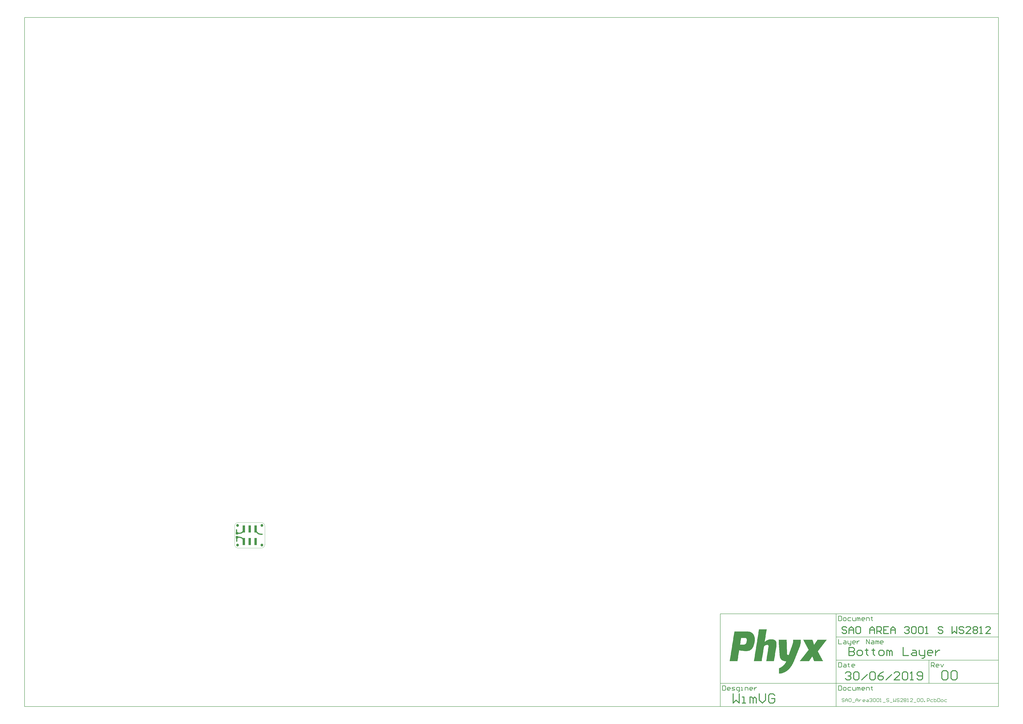
<source format=gbl>
G04*
G04 #@! TF.GenerationSoftware,Altium Limited,Altium Designer,18.1.11 (251)*
G04*
G04 Layer_Physical_Order=2*
G04 Layer_Color=3381759*
%FSLAX25Y25*%
%MOIN*%
G70*
G01*
G75*
%ADD12C,0.01575*%
%ADD15C,0.00394*%
%ADD16C,0.00787*%
%ADD17C,0.00984*%
%ADD23C,0.04724*%
%ADD24C,0.02362*%
%ADD25C,0.01968*%
%ADD26R,0.03937X0.04331*%
%ADD27R,0.03937X0.12205*%
G36*
X872201Y-141778D02*
X873919D01*
Y-142065D01*
X874778D01*
Y-142351D01*
X875637D01*
Y-142637D01*
X876496D01*
Y-142924D01*
X877069D01*
Y-143210D01*
X877355D01*
Y-143496D01*
X877928D01*
Y-143783D01*
X878214D01*
Y-144069D01*
X878786D01*
Y-144355D01*
X879073D01*
Y-144641D01*
X879359D01*
Y-144928D01*
X879646D01*
Y-145214D01*
X879932D01*
Y-145501D01*
X880218D01*
Y-145787D01*
X880504D01*
Y-146073D01*
Y-146359D01*
X880791D01*
Y-146646D01*
X881077D01*
Y-146932D01*
Y-147218D01*
X881363D01*
Y-147505D01*
X881650D01*
Y-147791D01*
Y-148077D01*
X881936D01*
Y-148364D01*
Y-148650D01*
Y-148936D01*
X882222D01*
Y-149223D01*
Y-149509D01*
Y-149795D01*
X882509D01*
Y-150082D01*
Y-150368D01*
Y-150654D01*
Y-150940D01*
X882795D01*
Y-151227D01*
Y-151513D01*
Y-151799D01*
Y-152086D01*
Y-152372D01*
X883081D01*
Y-152658D01*
Y-152945D01*
Y-153231D01*
Y-153517D01*
Y-153804D01*
Y-154090D01*
Y-154376D01*
Y-154663D01*
Y-154949D01*
Y-155235D01*
Y-155521D01*
Y-155808D01*
Y-156094D01*
Y-156380D01*
Y-156667D01*
Y-156953D01*
Y-157239D01*
Y-157526D01*
Y-157812D01*
Y-158098D01*
X882795D01*
Y-158385D01*
Y-158671D01*
Y-158957D01*
Y-159244D01*
Y-159530D01*
Y-159816D01*
Y-160102D01*
X882509D01*
Y-160389D01*
Y-160675D01*
Y-160961D01*
Y-161248D01*
Y-161534D01*
X882222D01*
Y-161820D01*
Y-162107D01*
Y-162393D01*
Y-162679D01*
Y-162966D01*
X881936D01*
Y-163252D01*
Y-163538D01*
Y-163824D01*
X881650D01*
Y-164111D01*
Y-164397D01*
Y-164683D01*
Y-164970D01*
X881363D01*
Y-165256D01*
Y-165542D01*
Y-165829D01*
X881077D01*
Y-166115D01*
Y-166401D01*
X880791D01*
Y-166688D01*
Y-166974D01*
Y-167260D01*
X880504D01*
Y-167547D01*
Y-167833D01*
X880218D01*
Y-168119D01*
Y-168405D01*
X879932D01*
Y-168692D01*
Y-168978D01*
X879646D01*
Y-169264D01*
X879359D01*
Y-169551D01*
Y-169837D01*
X879073D01*
Y-170123D01*
X878786D01*
Y-170410D01*
X878500D01*
Y-170696D01*
Y-170982D01*
X878214D01*
Y-171269D01*
X877928D01*
Y-171555D01*
X877641D01*
Y-171841D01*
X877355D01*
Y-172127D01*
X877069D01*
Y-172414D01*
X876496D01*
Y-172700D01*
X876210D01*
Y-172986D01*
X875637D01*
Y-173273D01*
X875351D01*
Y-173559D01*
X874778D01*
Y-173845D01*
X873919D01*
Y-174132D01*
X873060D01*
Y-174418D01*
X872201D01*
Y-174704D01*
X870483D01*
Y-174991D01*
X865330D01*
Y-174704D01*
X862753D01*
Y-174418D01*
X860749D01*
Y-174132D01*
X859317D01*
Y-173845D01*
X857886D01*
Y-173559D01*
X856454D01*
Y-173845D01*
Y-174132D01*
Y-174418D01*
Y-174704D01*
Y-174991D01*
Y-175277D01*
Y-175563D01*
X856168D01*
Y-175850D01*
Y-176136D01*
Y-176422D01*
Y-176709D01*
Y-176995D01*
Y-177281D01*
X855882D01*
Y-177568D01*
Y-177854D01*
Y-178140D01*
Y-178426D01*
Y-178713D01*
Y-178999D01*
X855595D01*
Y-179285D01*
Y-179572D01*
Y-179858D01*
Y-180144D01*
Y-180431D01*
Y-180717D01*
Y-181003D01*
X855309D01*
Y-181290D01*
Y-181576D01*
Y-181862D01*
Y-182149D01*
Y-182435D01*
Y-182721D01*
X855023D01*
Y-183007D01*
Y-183294D01*
Y-183580D01*
Y-183866D01*
Y-184153D01*
Y-184439D01*
X854736D01*
Y-184725D01*
Y-185012D01*
Y-185298D01*
Y-185584D01*
Y-185871D01*
Y-186157D01*
Y-186443D01*
X854450D01*
Y-186730D01*
Y-187016D01*
Y-187302D01*
Y-187588D01*
Y-187875D01*
Y-188161D01*
X854164D01*
Y-188447D01*
Y-188734D01*
Y-189020D01*
Y-189306D01*
Y-189593D01*
Y-189879D01*
X853877D01*
Y-190165D01*
Y-190452D01*
Y-190738D01*
Y-191024D01*
Y-191311D01*
Y-191597D01*
Y-191883D01*
X840421D01*
Y-191597D01*
X840707D01*
Y-191311D01*
Y-191024D01*
Y-190738D01*
Y-190452D01*
Y-190165D01*
X840993D01*
Y-189879D01*
Y-189593D01*
Y-189306D01*
Y-189020D01*
Y-188734D01*
Y-188447D01*
Y-188161D01*
X841280D01*
Y-187875D01*
Y-187588D01*
Y-187302D01*
Y-187016D01*
Y-186730D01*
Y-186443D01*
X841566D01*
Y-186157D01*
Y-185871D01*
Y-185584D01*
Y-185298D01*
Y-185012D01*
Y-184725D01*
X841852D01*
Y-184439D01*
Y-184153D01*
Y-183866D01*
Y-183580D01*
Y-183294D01*
Y-183007D01*
Y-182721D01*
X842138D01*
Y-182435D01*
Y-182149D01*
Y-181862D01*
Y-181576D01*
Y-181290D01*
Y-181003D01*
X842425D01*
Y-180717D01*
Y-180431D01*
Y-180144D01*
Y-179858D01*
Y-179572D01*
Y-179285D01*
X842711D01*
Y-178999D01*
Y-178713D01*
Y-178426D01*
Y-178140D01*
Y-177854D01*
Y-177568D01*
X842997D01*
Y-177281D01*
Y-176995D01*
Y-176709D01*
Y-176422D01*
Y-176136D01*
Y-175850D01*
Y-175563D01*
X843284D01*
Y-175277D01*
Y-174991D01*
Y-174704D01*
Y-174418D01*
Y-174132D01*
Y-173845D01*
X843570D01*
Y-173559D01*
Y-173273D01*
Y-172986D01*
Y-172700D01*
Y-172414D01*
Y-172127D01*
X843856D01*
Y-171841D01*
Y-171555D01*
Y-171269D01*
Y-170982D01*
Y-170696D01*
Y-170410D01*
X844143D01*
Y-170123D01*
Y-169837D01*
Y-169551D01*
Y-169264D01*
Y-168978D01*
Y-168692D01*
Y-168405D01*
X844429D01*
Y-168119D01*
Y-167833D01*
Y-167547D01*
Y-167260D01*
Y-166974D01*
Y-166688D01*
X844715D01*
Y-166401D01*
Y-166115D01*
Y-165829D01*
Y-165542D01*
Y-165256D01*
Y-164970D01*
X845002D01*
Y-164683D01*
Y-164397D01*
Y-164111D01*
Y-163824D01*
Y-163538D01*
Y-163252D01*
Y-162966D01*
X845288D01*
Y-162679D01*
Y-162393D01*
Y-162107D01*
Y-161820D01*
Y-161534D01*
Y-161248D01*
X845574D01*
Y-160961D01*
Y-160675D01*
Y-160389D01*
Y-160102D01*
Y-159816D01*
Y-159530D01*
X845861D01*
Y-159244D01*
Y-158957D01*
Y-158671D01*
Y-158385D01*
Y-158098D01*
Y-157812D01*
X846147D01*
Y-157526D01*
Y-157239D01*
Y-156953D01*
Y-156667D01*
Y-156380D01*
Y-156094D01*
Y-155808D01*
X846433D01*
Y-155521D01*
Y-155235D01*
Y-154949D01*
Y-154663D01*
Y-154376D01*
Y-154090D01*
X846719D01*
Y-153804D01*
Y-153517D01*
Y-153231D01*
Y-152945D01*
Y-152658D01*
Y-152372D01*
X847006D01*
Y-152086D01*
Y-151799D01*
Y-151513D01*
Y-151227D01*
Y-150940D01*
Y-150654D01*
Y-150368D01*
X847292D01*
Y-150082D01*
Y-149795D01*
Y-149509D01*
Y-149223D01*
Y-148936D01*
Y-148650D01*
X847578D01*
Y-148364D01*
Y-148077D01*
Y-147791D01*
Y-147505D01*
Y-147218D01*
Y-146932D01*
X847865D01*
Y-146646D01*
Y-146359D01*
Y-146073D01*
Y-145787D01*
Y-145501D01*
Y-145214D01*
Y-144928D01*
X848151D01*
Y-144641D01*
Y-144355D01*
Y-144069D01*
Y-143783D01*
Y-143496D01*
Y-143210D01*
X848437D01*
Y-142924D01*
Y-142637D01*
Y-142351D01*
Y-142065D01*
Y-141778D01*
Y-141492D01*
X872201D01*
Y-141778D01*
D02*
G37*
G36*
X903409Y-138343D02*
Y-138629D01*
X903123D01*
Y-138915D01*
Y-139202D01*
Y-139488D01*
Y-139774D01*
Y-140060D01*
Y-140347D01*
X902837D01*
Y-140633D01*
Y-140919D01*
Y-141206D01*
Y-141492D01*
Y-141778D01*
Y-142065D01*
X902551D01*
Y-142351D01*
Y-142637D01*
Y-142924D01*
Y-143210D01*
Y-143496D01*
Y-143783D01*
Y-144069D01*
X902264D01*
Y-144355D01*
Y-144641D01*
Y-144928D01*
Y-145214D01*
Y-145501D01*
Y-145787D01*
X901978D01*
Y-146073D01*
Y-146359D01*
Y-146646D01*
Y-146932D01*
Y-147218D01*
Y-147505D01*
X901692D01*
Y-147791D01*
Y-148077D01*
Y-148364D01*
Y-148650D01*
Y-148936D01*
Y-149223D01*
Y-149509D01*
X901405D01*
Y-149795D01*
Y-150082D01*
Y-150368D01*
Y-150654D01*
Y-150940D01*
Y-151227D01*
X901119D01*
Y-151513D01*
Y-151799D01*
Y-152086D01*
Y-152372D01*
Y-152658D01*
Y-152945D01*
X900833D01*
Y-153231D01*
Y-153517D01*
Y-153804D01*
Y-154090D01*
Y-154376D01*
Y-154663D01*
X900546D01*
Y-154949D01*
Y-155235D01*
Y-155521D01*
Y-155808D01*
Y-156094D01*
Y-156380D01*
Y-156667D01*
X900260D01*
Y-156953D01*
Y-157239D01*
Y-157526D01*
Y-157812D01*
Y-158098D01*
Y-158385D01*
X899974D01*
Y-158671D01*
Y-158957D01*
X900546D01*
Y-158671D01*
X900833D01*
Y-158385D01*
X901119D01*
Y-158098D01*
X901692D01*
Y-157812D01*
X901978D01*
Y-157526D01*
X902264D01*
Y-157239D01*
X902837D01*
Y-156953D01*
X903409D01*
Y-156667D01*
X903696D01*
Y-156380D01*
X904268D01*
Y-156094D01*
X905127D01*
Y-155808D01*
X905700D01*
Y-155521D01*
X906559D01*
Y-155235D01*
X907990D01*
Y-154949D01*
X914289D01*
Y-155235D01*
X915435D01*
Y-155521D01*
X916294D01*
Y-155808D01*
X916866D01*
Y-156094D01*
X917153D01*
Y-156380D01*
X917725D01*
Y-156667D01*
X918011D01*
Y-156953D01*
X918298D01*
Y-157239D01*
X918584D01*
Y-157526D01*
X918870D01*
Y-157812D01*
Y-158098D01*
X919157D01*
Y-158385D01*
Y-158671D01*
X919443D01*
Y-158957D01*
Y-159244D01*
Y-159530D01*
X919729D01*
Y-159816D01*
Y-160102D01*
Y-160389D01*
Y-160675D01*
X920016D01*
Y-160961D01*
Y-161248D01*
Y-161534D01*
Y-161820D01*
Y-162107D01*
Y-162393D01*
Y-162679D01*
Y-162966D01*
Y-163252D01*
Y-163538D01*
Y-163824D01*
Y-164111D01*
Y-164397D01*
Y-164683D01*
Y-164970D01*
Y-165256D01*
Y-165542D01*
Y-165829D01*
X919729D01*
Y-166115D01*
Y-166401D01*
Y-166688D01*
Y-166974D01*
Y-167260D01*
Y-167547D01*
Y-167833D01*
X919443D01*
Y-168119D01*
Y-168405D01*
Y-168692D01*
Y-168978D01*
Y-169264D01*
Y-169551D01*
Y-169837D01*
X919157D01*
Y-170123D01*
Y-170410D01*
Y-170696D01*
Y-170982D01*
Y-171269D01*
Y-171555D01*
X918870D01*
Y-171841D01*
Y-172127D01*
Y-172414D01*
Y-172700D01*
Y-172986D01*
Y-173273D01*
X918584D01*
Y-173559D01*
Y-173845D01*
Y-174132D01*
Y-174418D01*
Y-174704D01*
Y-174991D01*
X918298D01*
Y-175277D01*
Y-175563D01*
Y-175850D01*
Y-176136D01*
Y-176422D01*
Y-176709D01*
Y-176995D01*
X918011D01*
Y-177281D01*
Y-177568D01*
Y-177854D01*
Y-178140D01*
Y-178426D01*
Y-178713D01*
X917725D01*
Y-178999D01*
Y-179285D01*
Y-179572D01*
Y-179858D01*
Y-180144D01*
Y-180431D01*
X917439D01*
Y-180717D01*
Y-181003D01*
Y-181290D01*
Y-181576D01*
Y-181862D01*
Y-182149D01*
Y-182435D01*
X917153D01*
Y-182721D01*
Y-183007D01*
Y-183294D01*
Y-183580D01*
Y-183866D01*
Y-184153D01*
X916866D01*
Y-184439D01*
Y-184725D01*
Y-185012D01*
Y-185298D01*
Y-185584D01*
Y-185871D01*
X916580D01*
Y-186157D01*
Y-186443D01*
Y-186730D01*
Y-187016D01*
Y-187302D01*
Y-187588D01*
X916294D01*
Y-187875D01*
Y-188161D01*
Y-188447D01*
Y-188734D01*
Y-189020D01*
Y-189306D01*
Y-189593D01*
X916007D01*
Y-189879D01*
Y-190165D01*
Y-190452D01*
Y-190738D01*
Y-191024D01*
Y-191311D01*
X915721D01*
Y-191597D01*
Y-191883D01*
X902551D01*
Y-191597D01*
Y-191311D01*
X902837D01*
Y-191024D01*
Y-190738D01*
Y-190452D01*
Y-190165D01*
Y-189879D01*
Y-189593D01*
X903123D01*
Y-189306D01*
Y-189020D01*
Y-188734D01*
Y-188447D01*
Y-188161D01*
Y-187875D01*
Y-187588D01*
X903409D01*
Y-187302D01*
Y-187016D01*
Y-186730D01*
Y-186443D01*
Y-186157D01*
Y-185871D01*
X903696D01*
Y-185584D01*
Y-185298D01*
Y-185012D01*
Y-184725D01*
Y-184439D01*
Y-184153D01*
X903982D01*
Y-183866D01*
Y-183580D01*
Y-183294D01*
Y-183007D01*
Y-182721D01*
Y-182435D01*
Y-182149D01*
X904268D01*
Y-181862D01*
Y-181576D01*
Y-181290D01*
Y-181003D01*
Y-180717D01*
Y-180431D01*
X904555D01*
Y-180144D01*
Y-179858D01*
Y-179572D01*
Y-179285D01*
Y-178999D01*
Y-178713D01*
Y-178426D01*
X904841D01*
Y-178140D01*
Y-177854D01*
Y-177568D01*
Y-177281D01*
Y-176995D01*
Y-176709D01*
X905127D01*
Y-176422D01*
Y-176136D01*
Y-175850D01*
Y-175563D01*
Y-175277D01*
Y-174991D01*
X905414D01*
Y-174704D01*
Y-174418D01*
Y-174132D01*
Y-173845D01*
Y-173559D01*
Y-173273D01*
X905700D01*
Y-172986D01*
Y-172700D01*
Y-172414D01*
Y-172127D01*
Y-171841D01*
Y-171555D01*
Y-171269D01*
X905986D01*
Y-170982D01*
Y-170696D01*
Y-170410D01*
Y-170123D01*
Y-169837D01*
Y-169551D01*
X906273D01*
Y-169264D01*
Y-168978D01*
Y-168692D01*
Y-168405D01*
Y-168119D01*
Y-167833D01*
Y-167547D01*
X906559D01*
Y-167260D01*
Y-166974D01*
Y-166688D01*
Y-166401D01*
Y-166115D01*
Y-165829D01*
X906273D01*
Y-165542D01*
Y-165256D01*
X905986D01*
Y-164970D01*
X905700D01*
Y-164683D01*
X905127D01*
Y-164397D01*
X903409D01*
Y-164683D01*
X901978D01*
Y-164970D01*
X901119D01*
Y-165256D01*
X900546D01*
Y-165542D01*
X900260D01*
Y-165829D01*
X899687D01*
Y-166115D01*
X899401D01*
Y-166401D01*
X899115D01*
Y-166688D01*
Y-166974D01*
X898828D01*
Y-167260D01*
Y-167547D01*
Y-167833D01*
X898542D01*
Y-168119D01*
Y-168405D01*
Y-168692D01*
Y-168978D01*
Y-169264D01*
Y-169551D01*
X898256D01*
Y-169837D01*
Y-170123D01*
Y-170410D01*
Y-170696D01*
Y-170982D01*
Y-171269D01*
Y-171555D01*
X897970D01*
Y-171841D01*
Y-172127D01*
Y-172414D01*
Y-172700D01*
Y-172986D01*
Y-173273D01*
X897683D01*
Y-173559D01*
Y-173845D01*
Y-174132D01*
Y-174418D01*
Y-174704D01*
Y-174991D01*
X897397D01*
Y-175277D01*
Y-175563D01*
Y-175850D01*
Y-176136D01*
Y-176422D01*
Y-176709D01*
X897111D01*
Y-176995D01*
Y-177281D01*
Y-177568D01*
Y-177854D01*
Y-178140D01*
Y-178426D01*
Y-178713D01*
X896824D01*
Y-178999D01*
Y-179285D01*
Y-179572D01*
Y-179858D01*
Y-180144D01*
Y-180431D01*
X896538D01*
Y-180717D01*
Y-181003D01*
Y-181290D01*
Y-181576D01*
Y-181862D01*
Y-182149D01*
X896252D01*
Y-182435D01*
Y-182721D01*
Y-183007D01*
Y-183294D01*
Y-183580D01*
Y-183866D01*
Y-184153D01*
X895965D01*
Y-184439D01*
Y-184725D01*
Y-185012D01*
Y-185298D01*
Y-185584D01*
Y-185871D01*
X895679D01*
Y-186157D01*
Y-186443D01*
Y-186730D01*
Y-187016D01*
Y-187302D01*
Y-187588D01*
X895393D01*
Y-187875D01*
Y-188161D01*
Y-188447D01*
Y-188734D01*
Y-189020D01*
Y-189306D01*
X895106D01*
Y-189593D01*
Y-189879D01*
Y-190165D01*
Y-190452D01*
Y-190738D01*
Y-191024D01*
Y-191311D01*
X894820D01*
Y-191597D01*
Y-191883D01*
X881650D01*
Y-191597D01*
Y-191311D01*
X881936D01*
Y-191024D01*
Y-190738D01*
Y-190452D01*
Y-190165D01*
Y-189879D01*
Y-189593D01*
Y-189306D01*
X882222D01*
Y-189020D01*
Y-188734D01*
Y-188447D01*
Y-188161D01*
Y-187875D01*
Y-187588D01*
X882509D01*
Y-187302D01*
Y-187016D01*
Y-186730D01*
Y-186443D01*
Y-186157D01*
Y-185871D01*
X882795D01*
Y-185584D01*
Y-185298D01*
Y-185012D01*
Y-184725D01*
Y-184439D01*
Y-184153D01*
Y-183866D01*
X883081D01*
Y-183580D01*
Y-183294D01*
Y-183007D01*
Y-182721D01*
Y-182435D01*
Y-182149D01*
X883368D01*
Y-181862D01*
Y-181576D01*
Y-181290D01*
Y-181003D01*
Y-180717D01*
Y-180431D01*
X883654D01*
Y-180144D01*
Y-179858D01*
Y-179572D01*
Y-179285D01*
Y-178999D01*
Y-178713D01*
X883940D01*
Y-178426D01*
Y-178140D01*
Y-177854D01*
Y-177568D01*
Y-177281D01*
Y-176995D01*
Y-176709D01*
X884227D01*
Y-176422D01*
Y-176136D01*
Y-175850D01*
Y-175563D01*
Y-175277D01*
Y-174991D01*
X884513D01*
Y-174704D01*
Y-174418D01*
Y-174132D01*
Y-173845D01*
Y-173559D01*
Y-173273D01*
X884799D01*
Y-172986D01*
Y-172700D01*
Y-172414D01*
Y-172127D01*
Y-171841D01*
Y-171555D01*
Y-171269D01*
X885085D01*
Y-170982D01*
Y-170696D01*
Y-170410D01*
Y-170123D01*
Y-169837D01*
Y-169551D01*
X885372D01*
Y-169264D01*
Y-168978D01*
Y-168692D01*
Y-168405D01*
Y-168119D01*
Y-167833D01*
X885658D01*
Y-167547D01*
Y-167260D01*
Y-166974D01*
Y-166688D01*
Y-166401D01*
Y-166115D01*
X885944D01*
Y-165829D01*
Y-165542D01*
Y-165256D01*
Y-164970D01*
Y-164683D01*
Y-164397D01*
Y-164111D01*
X886231D01*
Y-163824D01*
Y-163538D01*
Y-163252D01*
Y-162966D01*
Y-162679D01*
Y-162393D01*
X886517D01*
Y-162107D01*
Y-161820D01*
Y-161534D01*
Y-161248D01*
Y-160961D01*
Y-160675D01*
X886803D01*
Y-160389D01*
Y-160102D01*
Y-159816D01*
Y-159530D01*
Y-159244D01*
Y-158957D01*
X887090D01*
Y-158671D01*
Y-158385D01*
Y-158098D01*
Y-157812D01*
Y-157526D01*
Y-157239D01*
Y-156953D01*
X887376D01*
Y-156667D01*
Y-156380D01*
Y-156094D01*
Y-155808D01*
Y-155521D01*
Y-155235D01*
X887662D01*
Y-154949D01*
Y-154663D01*
Y-154376D01*
Y-154090D01*
Y-153804D01*
Y-153517D01*
X887949D01*
Y-153231D01*
Y-152945D01*
Y-152658D01*
Y-152372D01*
Y-152086D01*
Y-151799D01*
Y-151513D01*
X888235D01*
Y-151227D01*
Y-150940D01*
Y-150654D01*
Y-150368D01*
Y-150082D01*
Y-149795D01*
X888521D01*
Y-149509D01*
Y-149223D01*
Y-148936D01*
Y-148650D01*
Y-148364D01*
Y-148077D01*
X888807D01*
Y-147791D01*
Y-147505D01*
Y-147218D01*
Y-146932D01*
Y-146646D01*
Y-146359D01*
X889094D01*
Y-146073D01*
Y-145787D01*
Y-145501D01*
Y-145214D01*
Y-144928D01*
Y-144641D01*
Y-144355D01*
X889380D01*
Y-144069D01*
Y-143783D01*
Y-143496D01*
Y-143210D01*
Y-142924D01*
Y-142637D01*
X889666D01*
Y-142351D01*
Y-142065D01*
Y-141778D01*
Y-141492D01*
Y-141206D01*
Y-140919D01*
X889953D01*
Y-140633D01*
Y-140347D01*
Y-140060D01*
Y-139774D01*
Y-139488D01*
Y-139202D01*
Y-138915D01*
X890239D01*
Y-138629D01*
Y-138343D01*
Y-138056D01*
X903409D01*
Y-138343D01*
D02*
G37*
G36*
X1005337Y-155808D02*
X1005050D01*
Y-156094D01*
X1004764D01*
Y-156380D01*
Y-156667D01*
X1004478D01*
Y-156953D01*
X1004192D01*
Y-157239D01*
X1003905D01*
Y-157526D01*
Y-157812D01*
X1003619D01*
Y-158098D01*
X1003333D01*
Y-158385D01*
X1003046D01*
Y-158671D01*
X1002760D01*
Y-158957D01*
Y-159244D01*
X1002474D01*
Y-159530D01*
X1002187D01*
Y-159816D01*
X1001901D01*
Y-160102D01*
Y-160389D01*
X1001615D01*
Y-160675D01*
X1001328D01*
Y-160961D01*
X1001042D01*
Y-161248D01*
X1000756D01*
Y-161534D01*
Y-161820D01*
X1000469D01*
Y-162107D01*
X1000183D01*
Y-162393D01*
X999897D01*
Y-162679D01*
Y-162966D01*
X999611D01*
Y-163252D01*
X999324D01*
Y-163538D01*
X999038D01*
Y-163824D01*
Y-164111D01*
X998752D01*
Y-164397D01*
X998465D01*
Y-164683D01*
X998179D01*
Y-164970D01*
X997893D01*
Y-165256D01*
Y-165542D01*
X997606D01*
Y-165829D01*
X997320D01*
Y-166115D01*
X997034D01*
Y-166401D01*
Y-166688D01*
X996747D01*
Y-166974D01*
X996461D01*
Y-167260D01*
X996175D01*
Y-167547D01*
Y-167833D01*
X995889D01*
Y-168119D01*
X995602D01*
Y-168405D01*
X995316D01*
Y-168692D01*
X995030D01*
Y-168978D01*
Y-169264D01*
X994743D01*
Y-169551D01*
X994457D01*
Y-169837D01*
X994171D01*
Y-170123D01*
Y-170410D01*
X993884D01*
Y-170696D01*
X993598D01*
Y-170982D01*
X993312D01*
Y-171269D01*
Y-171555D01*
X993025D01*
Y-171841D01*
X992739D01*
Y-172127D01*
X992453D01*
Y-172414D01*
X992166D01*
Y-172700D01*
Y-172986D01*
X991880D01*
Y-173273D01*
X991594D01*
Y-173559D01*
X991308D01*
Y-173845D01*
Y-174132D01*
X991021D01*
Y-174418D01*
X990735D01*
Y-174704D01*
X990449D01*
Y-174991D01*
X990162D01*
Y-175277D01*
Y-175563D01*
X990449D01*
Y-175850D01*
Y-176136D01*
X990735D01*
Y-176422D01*
Y-176709D01*
X991021D01*
Y-176995D01*
X991308D01*
Y-177281D01*
Y-177568D01*
X991594D01*
Y-177854D01*
Y-178140D01*
X991880D01*
Y-178426D01*
Y-178713D01*
X992166D01*
Y-178999D01*
Y-179285D01*
X992453D01*
Y-179572D01*
Y-179858D01*
X992739D01*
Y-180144D01*
Y-180431D01*
X993025D01*
Y-180717D01*
Y-181003D01*
X993312D01*
Y-181290D01*
Y-181576D01*
X993598D01*
Y-181862D01*
X993884D01*
Y-182149D01*
Y-182435D01*
X994171D01*
Y-182721D01*
Y-183007D01*
X994457D01*
Y-183294D01*
Y-183580D01*
X994743D01*
Y-183866D01*
Y-184153D01*
X995030D01*
Y-184439D01*
Y-184725D01*
X995316D01*
Y-185012D01*
Y-185298D01*
X995602D01*
Y-185584D01*
Y-185871D01*
X995889D01*
Y-186157D01*
X996175D01*
Y-186443D01*
Y-186730D01*
X996461D01*
Y-187016D01*
Y-187302D01*
X996747D01*
Y-187588D01*
Y-187875D01*
X997034D01*
Y-188161D01*
Y-188447D01*
X997320D01*
Y-188734D01*
Y-189020D01*
X997606D01*
Y-189306D01*
Y-189593D01*
X997893D01*
Y-189879D01*
Y-190165D01*
X998179D01*
Y-190452D01*
X998465D01*
Y-190738D01*
Y-191024D01*
X998752D01*
Y-191311D01*
Y-191597D01*
X999038D01*
Y-191883D01*
X983863D01*
Y-191597D01*
X983577D01*
Y-191311D01*
Y-191024D01*
Y-190738D01*
X983291D01*
Y-190452D01*
Y-190165D01*
Y-189879D01*
X983004D01*
Y-189593D01*
Y-189306D01*
X982718D01*
Y-189020D01*
Y-188734D01*
Y-188447D01*
X982432D01*
Y-188161D01*
Y-187875D01*
Y-187588D01*
X982146D01*
Y-187302D01*
Y-187016D01*
X981859D01*
Y-186730D01*
Y-186443D01*
Y-186157D01*
X981573D01*
Y-185871D01*
Y-185584D01*
Y-185298D01*
X981287D01*
Y-185012D01*
Y-184725D01*
Y-184439D01*
X981000D01*
Y-184153D01*
X980428D01*
Y-184439D01*
Y-184725D01*
X980141D01*
Y-185012D01*
X979855D01*
Y-185298D01*
Y-185584D01*
X979569D01*
Y-185871D01*
X979282D01*
Y-186157D01*
Y-186443D01*
X978996D01*
Y-186730D01*
X978710D01*
Y-187016D01*
Y-187302D01*
X978423D01*
Y-187588D01*
X978137D01*
Y-187875D01*
X977851D01*
Y-188161D01*
Y-188447D01*
X977565D01*
Y-188734D01*
X977278D01*
Y-189020D01*
Y-189306D01*
X976992D01*
Y-189593D01*
X976705D01*
Y-189879D01*
Y-190165D01*
X976419D01*
Y-190452D01*
X976133D01*
Y-190738D01*
Y-191024D01*
X975847D01*
Y-191311D01*
X975560D01*
Y-191597D01*
Y-191883D01*
X959527D01*
Y-191597D01*
X959813D01*
Y-191311D01*
X960099D01*
Y-191024D01*
X960386D01*
Y-190738D01*
X960672D01*
Y-190452D01*
Y-190165D01*
X960958D01*
Y-189879D01*
X961245D01*
Y-189593D01*
X961531D01*
Y-189306D01*
X961817D01*
Y-189020D01*
Y-188734D01*
X962104D01*
Y-188447D01*
X962390D01*
Y-188161D01*
X962676D01*
Y-187875D01*
Y-187588D01*
X962963D01*
Y-187302D01*
X963249D01*
Y-187016D01*
X963535D01*
Y-186730D01*
X963822D01*
Y-186443D01*
Y-186157D01*
X964108D01*
Y-185871D01*
X964394D01*
Y-185584D01*
X964680D01*
Y-185298D01*
X964967D01*
Y-185012D01*
Y-184725D01*
X965253D01*
Y-184439D01*
X965539D01*
Y-184153D01*
X965826D01*
Y-183866D01*
Y-183580D01*
X966112D01*
Y-183294D01*
X966398D01*
Y-183007D01*
X966685D01*
Y-182721D01*
X966971D01*
Y-182435D01*
Y-182149D01*
X967257D01*
Y-181862D01*
X967544D01*
Y-181576D01*
X967830D01*
Y-181290D01*
Y-181003D01*
X968116D01*
Y-180717D01*
X968402D01*
Y-180431D01*
X968689D01*
Y-180144D01*
X968975D01*
Y-179858D01*
Y-179572D01*
X969261D01*
Y-179285D01*
X969548D01*
Y-178999D01*
X969834D01*
Y-178713D01*
Y-178426D01*
X970120D01*
Y-178140D01*
X970407D01*
Y-177854D01*
X970693D01*
Y-177568D01*
X970979D01*
Y-177281D01*
Y-176995D01*
X971266D01*
Y-176709D01*
X971552D01*
Y-176422D01*
X971838D01*
Y-176136D01*
X972124D01*
Y-175850D01*
Y-175563D01*
X972411D01*
Y-175277D01*
X972697D01*
Y-174991D01*
X972983D01*
Y-174704D01*
Y-174418D01*
X973270D01*
Y-174132D01*
X973556D01*
Y-173845D01*
X973842D01*
Y-173559D01*
X974129D01*
Y-173273D01*
Y-172986D01*
X974415D01*
Y-172700D01*
Y-172414D01*
Y-172127D01*
X974129D01*
Y-171841D01*
X973842D01*
Y-171555D01*
Y-171269D01*
X973556D01*
Y-170982D01*
Y-170696D01*
X973270D01*
Y-170410D01*
Y-170123D01*
X972983D01*
Y-169837D01*
Y-169551D01*
X972697D01*
Y-169264D01*
Y-168978D01*
X972411D01*
Y-168692D01*
Y-168405D01*
X972124D01*
Y-168119D01*
X971838D01*
Y-167833D01*
Y-167547D01*
X971552D01*
Y-167260D01*
Y-166974D01*
X971266D01*
Y-166688D01*
Y-166401D01*
X970979D01*
Y-166115D01*
Y-165829D01*
X970693D01*
Y-165542D01*
Y-165256D01*
X970407D01*
Y-164970D01*
Y-164683D01*
X970120D01*
Y-164397D01*
X969834D01*
Y-164111D01*
Y-163824D01*
X969548D01*
Y-163538D01*
Y-163252D01*
X969261D01*
Y-162966D01*
Y-162679D01*
X968975D01*
Y-162393D01*
Y-162107D01*
X968689D01*
Y-161820D01*
Y-161534D01*
X968402D01*
Y-161248D01*
Y-160961D01*
X968116D01*
Y-160675D01*
Y-160389D01*
X967830D01*
Y-160102D01*
X967544D01*
Y-159816D01*
Y-159530D01*
X967257D01*
Y-159244D01*
Y-158957D01*
X966971D01*
Y-158671D01*
Y-158385D01*
X966685D01*
Y-158098D01*
Y-157812D01*
X966398D01*
Y-157526D01*
Y-157239D01*
X966112D01*
Y-156953D01*
Y-156667D01*
X965826D01*
Y-156380D01*
X965539D01*
Y-156094D01*
Y-155808D01*
X965253D01*
Y-155521D01*
X981000D01*
Y-155808D01*
X981287D01*
Y-156094D01*
Y-156380D01*
Y-156667D01*
X981573D01*
Y-156953D01*
Y-157239D01*
Y-157526D01*
X981859D01*
Y-157812D01*
Y-158098D01*
Y-158385D01*
X982146D01*
Y-158671D01*
Y-158957D01*
Y-159244D01*
X982432D01*
Y-159530D01*
Y-159816D01*
Y-160102D01*
X982718D01*
Y-160389D01*
Y-160675D01*
Y-160961D01*
X983004D01*
Y-161248D01*
Y-161534D01*
Y-161820D01*
X983291D01*
Y-162107D01*
Y-162393D01*
Y-162679D01*
X983577D01*
Y-162966D01*
Y-163252D01*
Y-163538D01*
Y-163824D01*
X984150D01*
Y-163538D01*
X984436D01*
Y-163252D01*
X984722D01*
Y-162966D01*
Y-162679D01*
X985009D01*
Y-162393D01*
X985295D01*
Y-162107D01*
Y-161820D01*
X985581D01*
Y-161534D01*
X985868D01*
Y-161248D01*
Y-160961D01*
X986154D01*
Y-160675D01*
X986440D01*
Y-160389D01*
Y-160102D01*
X986726D01*
Y-159816D01*
X987013D01*
Y-159530D01*
Y-159244D01*
X987299D01*
Y-158957D01*
X987585D01*
Y-158671D01*
Y-158385D01*
X987872D01*
Y-158098D01*
X988158D01*
Y-157812D01*
Y-157526D01*
X988444D01*
Y-157239D01*
X988731D01*
Y-156953D01*
Y-156667D01*
X989017D01*
Y-156380D01*
X989303D01*
Y-156094D01*
Y-155808D01*
X989590D01*
Y-155521D01*
X1005337D01*
Y-155808D01*
D02*
G37*
G36*
X961245D02*
Y-156094D01*
Y-156380D01*
Y-156667D01*
Y-156953D01*
Y-157239D01*
Y-157526D01*
Y-157812D01*
Y-158098D01*
Y-158385D01*
Y-158671D01*
Y-158957D01*
Y-159244D01*
Y-159530D01*
Y-159816D01*
Y-160102D01*
Y-160389D01*
Y-160675D01*
Y-160961D01*
Y-161248D01*
Y-161534D01*
X960958D01*
Y-161820D01*
Y-162107D01*
Y-162393D01*
Y-162679D01*
Y-162966D01*
X960672D01*
Y-163252D01*
Y-163538D01*
Y-163824D01*
Y-164111D01*
X960386D01*
Y-164397D01*
Y-164683D01*
Y-164970D01*
Y-165256D01*
X960099D01*
Y-165542D01*
Y-165829D01*
Y-166115D01*
X959813D01*
Y-166401D01*
Y-166688D01*
Y-166974D01*
X959527D01*
Y-167260D01*
Y-167547D01*
Y-167833D01*
X959241D01*
Y-168119D01*
Y-168405D01*
Y-168692D01*
X958954D01*
Y-168978D01*
Y-169264D01*
X958668D01*
Y-169551D01*
Y-169837D01*
X958381D01*
Y-170123D01*
Y-170410D01*
Y-170696D01*
X958095D01*
Y-170982D01*
Y-171269D01*
X957809D01*
Y-171555D01*
Y-171841D01*
Y-172127D01*
X957523D01*
Y-172414D01*
Y-172700D01*
X957236D01*
Y-172986D01*
Y-173273D01*
Y-173559D01*
X956950D01*
Y-173845D01*
Y-174132D01*
X956664D01*
Y-174418D01*
Y-174704D01*
Y-174991D01*
X956377D01*
Y-175277D01*
Y-175563D01*
X956091D01*
Y-175850D01*
Y-176136D01*
Y-176422D01*
X955805D01*
Y-176709D01*
Y-176995D01*
X955518D01*
Y-177281D01*
Y-177568D01*
Y-177854D01*
X955232D01*
Y-178140D01*
Y-178426D01*
X954946D01*
Y-178713D01*
Y-178999D01*
Y-179285D01*
X954659D01*
Y-179572D01*
Y-179858D01*
X954373D01*
Y-180144D01*
Y-180431D01*
Y-180717D01*
X954087D01*
Y-181003D01*
Y-181290D01*
X953800D01*
Y-181576D01*
Y-181862D01*
Y-182149D01*
X953514D01*
Y-182435D01*
Y-182721D01*
X953228D01*
Y-183007D01*
Y-183294D01*
Y-183580D01*
X952942D01*
Y-183866D01*
Y-184153D01*
X952655D01*
Y-184439D01*
Y-184725D01*
Y-185012D01*
X952369D01*
Y-185298D01*
Y-185584D01*
X952083D01*
Y-185871D01*
Y-186157D01*
Y-186443D01*
X951796D01*
Y-186730D01*
Y-187016D01*
X951510D01*
Y-187302D01*
Y-187588D01*
Y-187875D01*
X951224D01*
Y-188161D01*
Y-188447D01*
X950937D01*
Y-188734D01*
Y-189020D01*
Y-189306D01*
X950651D01*
Y-189593D01*
Y-189879D01*
X950365D01*
Y-190165D01*
Y-190452D01*
Y-190738D01*
X950078D01*
Y-191024D01*
Y-191311D01*
X949792D01*
Y-191597D01*
Y-191883D01*
Y-192169D01*
X949506D01*
Y-192456D01*
Y-192742D01*
X949220D01*
Y-193028D01*
Y-193315D01*
X948933D01*
Y-193601D01*
Y-193887D01*
X948647D01*
Y-194174D01*
Y-194460D01*
Y-194746D01*
X948361D01*
Y-195033D01*
X948074D01*
Y-195319D01*
Y-195605D01*
Y-195891D01*
X947788D01*
Y-196178D01*
X947502D01*
Y-196464D01*
Y-196750D01*
X947215D01*
Y-197037D01*
Y-197323D01*
X946929D01*
Y-197609D01*
Y-197896D01*
X946643D01*
Y-198182D01*
Y-198468D01*
X946356D01*
Y-198755D01*
X946070D01*
Y-199041D01*
Y-199327D01*
X945784D01*
Y-199614D01*
Y-199900D01*
X945497D01*
Y-200186D01*
X945211D01*
Y-200472D01*
X944925D01*
Y-200759D01*
Y-201045D01*
X944639D01*
Y-201331D01*
X944352D01*
Y-201618D01*
Y-201904D01*
X944066D01*
Y-202190D01*
X943780D01*
Y-202477D01*
X943493D01*
Y-202763D01*
Y-203049D01*
X943207D01*
Y-203336D01*
X942921D01*
Y-203622D01*
X942634D01*
Y-203908D01*
X942348D01*
Y-204195D01*
X942062D01*
Y-204481D01*
Y-204767D01*
X941775D01*
Y-205053D01*
X941489D01*
Y-205340D01*
X941203D01*
Y-205626D01*
X940916D01*
Y-205912D01*
X940630D01*
Y-206199D01*
X940344D01*
Y-206485D01*
X940057D01*
Y-206771D01*
X939485D01*
Y-207058D01*
X939199D01*
Y-207344D01*
X938912D01*
Y-207630D01*
X938626D01*
Y-207917D01*
X938340D01*
Y-208203D01*
X937767D01*
Y-208489D01*
X937481D01*
Y-208776D01*
X936908D01*
Y-209062D01*
X936622D01*
Y-209348D01*
X936049D01*
Y-209634D01*
X935763D01*
Y-209921D01*
X935190D01*
Y-210207D01*
X934618D01*
Y-210493D01*
X934045D01*
Y-210780D01*
X933472D01*
Y-211066D01*
X932900D01*
Y-211352D01*
X932041D01*
Y-211639D01*
X931468D01*
Y-211925D01*
X930609D01*
Y-212211D01*
X929464D01*
Y-212498D01*
X928319D01*
Y-212784D01*
X926601D01*
Y-213070D01*
X924597D01*
Y-213357D01*
X924310D01*
Y-213070D01*
Y-212784D01*
Y-212498D01*
Y-212211D01*
Y-211925D01*
Y-211639D01*
Y-211352D01*
Y-211066D01*
Y-210780D01*
Y-210493D01*
Y-210207D01*
Y-209921D01*
Y-209634D01*
Y-209348D01*
Y-209062D01*
Y-208776D01*
Y-208489D01*
Y-208203D01*
Y-207917D01*
Y-207630D01*
Y-207344D01*
Y-207058D01*
Y-206771D01*
Y-206485D01*
Y-206199D01*
Y-205912D01*
Y-205626D01*
Y-205340D01*
Y-205053D01*
Y-204767D01*
Y-204481D01*
Y-204195D01*
Y-203908D01*
X924883D01*
Y-203622D01*
X925455D01*
Y-203336D01*
X926028D01*
Y-203049D01*
X926601D01*
Y-202763D01*
X927173D01*
Y-202477D01*
X927746D01*
Y-202190D01*
X928032D01*
Y-201904D01*
X928605D01*
Y-201618D01*
X928891D01*
Y-201331D01*
X929464D01*
Y-201045D01*
X929750D01*
Y-200759D01*
X930037D01*
Y-200472D01*
X930609D01*
Y-200186D01*
X930896D01*
Y-199900D01*
X931182D01*
Y-199614D01*
X931468D01*
Y-199327D01*
X931754D01*
Y-199041D01*
X932041D01*
Y-198755D01*
X932327D01*
Y-198468D01*
X932613D01*
Y-198182D01*
X932900D01*
Y-197896D01*
X933186D01*
Y-197609D01*
X933472D01*
Y-197323D01*
X933759D01*
Y-197037D01*
Y-196750D01*
X934045D01*
Y-196464D01*
X934331D01*
Y-196178D01*
X934618D01*
Y-195891D01*
Y-195605D01*
X934904D01*
Y-195319D01*
X935190D01*
Y-195033D01*
Y-194746D01*
X935476D01*
Y-194460D01*
Y-194174D01*
X935763D01*
Y-193887D01*
X936049D01*
Y-193601D01*
Y-193315D01*
X936335D01*
Y-193028D01*
Y-192742D01*
X936622D01*
Y-192456D01*
Y-192169D01*
X934904D01*
Y-191883D01*
X932900D01*
Y-191597D01*
X931754D01*
Y-191311D01*
X931182D01*
Y-191024D01*
X930323D01*
Y-190738D01*
X929750D01*
Y-190452D01*
X929464D01*
Y-190165D01*
X928891D01*
Y-189879D01*
X928605D01*
Y-189593D01*
X928319D01*
Y-189306D01*
X928032D01*
Y-189020D01*
X927746D01*
Y-188734D01*
X927460D01*
Y-188447D01*
Y-188161D01*
X927173D01*
Y-187875D01*
X926887D01*
Y-187588D01*
Y-187302D01*
X926601D01*
Y-187016D01*
Y-186730D01*
X926315D01*
Y-186443D01*
Y-186157D01*
X926028D01*
Y-185871D01*
Y-185584D01*
Y-185298D01*
X925742D01*
Y-185012D01*
Y-184725D01*
Y-184439D01*
Y-184153D01*
X925455D01*
Y-183866D01*
Y-183580D01*
Y-183294D01*
Y-183007D01*
Y-182721D01*
Y-182435D01*
Y-182149D01*
X925169D01*
Y-181862D01*
Y-181576D01*
Y-181290D01*
Y-181003D01*
Y-180717D01*
Y-180431D01*
Y-180144D01*
Y-179858D01*
Y-179572D01*
Y-179285D01*
Y-178999D01*
Y-178713D01*
Y-178426D01*
Y-178140D01*
Y-177854D01*
X924883D01*
Y-177568D01*
Y-177281D01*
Y-176995D01*
Y-176709D01*
Y-176422D01*
Y-176136D01*
Y-175850D01*
Y-175563D01*
Y-175277D01*
Y-174991D01*
Y-174704D01*
Y-174418D01*
Y-174132D01*
Y-173845D01*
Y-173559D01*
X924597D01*
Y-173273D01*
Y-172986D01*
Y-172700D01*
Y-172414D01*
Y-172127D01*
Y-171841D01*
Y-171555D01*
Y-171269D01*
Y-170982D01*
Y-170696D01*
Y-170410D01*
Y-170123D01*
Y-169837D01*
Y-169551D01*
Y-169264D01*
Y-168978D01*
X924310D01*
Y-168692D01*
Y-168405D01*
Y-168119D01*
Y-167833D01*
Y-167547D01*
Y-167260D01*
Y-166974D01*
Y-166688D01*
Y-166401D01*
Y-166115D01*
Y-165829D01*
Y-165542D01*
Y-165256D01*
Y-164970D01*
Y-164683D01*
Y-164397D01*
X924024D01*
Y-164111D01*
Y-163824D01*
Y-163538D01*
Y-163252D01*
Y-162966D01*
Y-162679D01*
Y-162393D01*
Y-162107D01*
Y-161820D01*
Y-161534D01*
Y-161248D01*
Y-160961D01*
Y-160675D01*
Y-160389D01*
X923738D01*
Y-160102D01*
Y-159816D01*
Y-159530D01*
Y-159244D01*
Y-158957D01*
Y-158671D01*
Y-158385D01*
Y-158098D01*
Y-157812D01*
Y-157526D01*
Y-157239D01*
Y-156953D01*
Y-156667D01*
Y-156380D01*
Y-156094D01*
Y-155808D01*
X923451D01*
Y-155521D01*
X937194D01*
Y-155808D01*
Y-156094D01*
Y-156380D01*
Y-156667D01*
Y-156953D01*
Y-157239D01*
Y-157526D01*
Y-157812D01*
Y-158098D01*
Y-158385D01*
Y-158671D01*
Y-158957D01*
Y-159244D01*
Y-159530D01*
X937481D01*
Y-159816D01*
Y-160102D01*
Y-160389D01*
Y-160675D01*
Y-160961D01*
Y-161248D01*
Y-161534D01*
Y-161820D01*
Y-162107D01*
Y-162393D01*
Y-162679D01*
Y-162966D01*
Y-163252D01*
Y-163538D01*
Y-163824D01*
Y-164111D01*
Y-164397D01*
Y-164683D01*
Y-164970D01*
Y-165256D01*
Y-165542D01*
Y-165829D01*
Y-166115D01*
Y-166401D01*
Y-166688D01*
Y-166974D01*
Y-167260D01*
Y-167547D01*
Y-167833D01*
Y-168119D01*
Y-168405D01*
Y-168692D01*
Y-168978D01*
Y-169264D01*
Y-169551D01*
Y-169837D01*
Y-170123D01*
Y-170410D01*
Y-170696D01*
Y-170982D01*
Y-171269D01*
X937767D01*
Y-171555D01*
X937481D01*
Y-171841D01*
Y-172127D01*
X937767D01*
Y-172414D01*
Y-172700D01*
Y-172986D01*
Y-173273D01*
Y-173559D01*
Y-173845D01*
Y-174132D01*
Y-174418D01*
Y-174704D01*
Y-174991D01*
Y-175277D01*
Y-175563D01*
Y-175850D01*
Y-176136D01*
Y-176422D01*
Y-176709D01*
Y-176995D01*
Y-177281D01*
Y-177568D01*
Y-177854D01*
Y-178140D01*
Y-178426D01*
Y-178713D01*
Y-178999D01*
Y-179285D01*
Y-179572D01*
X938053D01*
Y-179858D01*
Y-180144D01*
Y-180431D01*
X938340D01*
Y-180717D01*
X938626D01*
Y-181003D01*
X938912D01*
Y-181290D01*
X939771D01*
Y-181576D01*
X940630D01*
Y-181290D01*
X940916D01*
Y-181003D01*
Y-180717D01*
Y-180431D01*
X941203D01*
Y-180144D01*
Y-179858D01*
X941489D01*
Y-179572D01*
Y-179285D01*
Y-178999D01*
X941775D01*
Y-178713D01*
Y-178426D01*
Y-178140D01*
X942062D01*
Y-177854D01*
Y-177568D01*
Y-177281D01*
X942348D01*
Y-176995D01*
Y-176709D01*
Y-176422D01*
X942634D01*
Y-176136D01*
Y-175850D01*
X942921D01*
Y-175563D01*
Y-175277D01*
Y-174991D01*
X943207D01*
Y-174704D01*
Y-174418D01*
Y-174132D01*
X943493D01*
Y-173845D01*
Y-173559D01*
Y-173273D01*
X943780D01*
Y-172986D01*
Y-172700D01*
X944066D01*
Y-172414D01*
Y-172127D01*
Y-171841D01*
X944352D01*
Y-171555D01*
Y-171269D01*
Y-170982D01*
X944639D01*
Y-170696D01*
Y-170410D01*
Y-170123D01*
X944925D01*
Y-169837D01*
Y-169551D01*
X945211D01*
Y-169264D01*
Y-168978D01*
Y-168692D01*
X945497D01*
Y-168405D01*
Y-168119D01*
Y-167833D01*
X945784D01*
Y-167547D01*
Y-167260D01*
Y-166974D01*
X946070D01*
Y-166688D01*
Y-166401D01*
X946356D01*
Y-166115D01*
Y-165829D01*
Y-165542D01*
X946643D01*
Y-165256D01*
Y-164970D01*
Y-164683D01*
X946929D01*
Y-164397D01*
Y-164111D01*
Y-163824D01*
X947215D01*
Y-163538D01*
Y-163252D01*
Y-162966D01*
Y-162679D01*
X947502D01*
Y-162393D01*
Y-162107D01*
Y-161820D01*
Y-161534D01*
X947788D01*
Y-161248D01*
Y-160961D01*
Y-160675D01*
Y-160389D01*
Y-160102D01*
X948074D01*
Y-159816D01*
Y-159530D01*
Y-159244D01*
Y-158957D01*
Y-158671D01*
Y-158385D01*
X948361D01*
Y-158098D01*
Y-157812D01*
Y-157526D01*
Y-157239D01*
Y-156953D01*
Y-156667D01*
Y-156380D01*
Y-156094D01*
Y-155808D01*
Y-155521D01*
X961245D01*
Y-155808D01*
D02*
G37*
%LPC*%
G36*
X867907Y-152658D02*
X859890D01*
Y-152945D01*
Y-153231D01*
Y-153517D01*
Y-153804D01*
Y-154090D01*
X859604D01*
Y-154376D01*
Y-154663D01*
Y-154949D01*
Y-155235D01*
Y-155521D01*
Y-155808D01*
X859317D01*
Y-156094D01*
Y-156380D01*
Y-156667D01*
Y-156953D01*
Y-157239D01*
Y-157526D01*
X859031D01*
Y-157812D01*
Y-158098D01*
Y-158385D01*
Y-158671D01*
Y-158957D01*
Y-159244D01*
X858745D01*
Y-159530D01*
Y-159816D01*
Y-160102D01*
Y-160389D01*
Y-160675D01*
Y-160961D01*
Y-161248D01*
X858458D01*
Y-161534D01*
Y-161820D01*
Y-162107D01*
Y-162393D01*
Y-162679D01*
Y-162966D01*
X858172D01*
Y-163252D01*
Y-163538D01*
Y-163824D01*
X865330D01*
Y-163538D01*
X866475D01*
Y-163252D01*
X867048D01*
Y-162966D01*
X867334D01*
Y-162679D01*
X867620D01*
Y-162393D01*
X867907D01*
Y-162107D01*
X868193D01*
Y-161820D01*
Y-161534D01*
X868479D01*
Y-161248D01*
Y-160961D01*
X868766D01*
Y-160675D01*
Y-160389D01*
X869052D01*
Y-160102D01*
Y-159816D01*
Y-159530D01*
Y-159244D01*
X869338D01*
Y-158957D01*
Y-158671D01*
Y-158385D01*
Y-158098D01*
Y-157812D01*
X869625D01*
Y-157526D01*
Y-157239D01*
Y-156953D01*
Y-156667D01*
Y-156380D01*
Y-156094D01*
Y-155808D01*
Y-155521D01*
Y-155235D01*
Y-154949D01*
Y-154663D01*
X869338D01*
Y-154376D01*
Y-154090D01*
X869052D01*
Y-153804D01*
Y-153517D01*
X868766D01*
Y-153231D01*
X868479D01*
Y-152945D01*
X867907D01*
Y-152658D01*
D02*
G37*
%LPD*%
D12*
X1042921Y-168552D02*
Y-182327D01*
X1049809D01*
X1052104Y-180031D01*
Y-177735D01*
X1049809Y-175439D01*
X1042921D01*
X1049809D01*
X1052104Y-173144D01*
Y-170848D01*
X1049809Y-168552D01*
X1042921D01*
X1058992Y-182327D02*
X1063584D01*
X1065879Y-180031D01*
Y-175439D01*
X1063584Y-173144D01*
X1058992D01*
X1056696Y-175439D01*
Y-180031D01*
X1058992Y-182327D01*
X1072767Y-170848D02*
Y-173144D01*
X1070471D01*
X1075063D01*
X1072767D01*
Y-180031D01*
X1075063Y-182327D01*
X1084246Y-170848D02*
Y-173144D01*
X1081950D01*
X1086542D01*
X1084246D01*
Y-180031D01*
X1086542Y-182327D01*
X1095725D02*
X1100317D01*
X1102613Y-180031D01*
Y-175439D01*
X1100317Y-173144D01*
X1095725D01*
X1093430Y-175439D01*
Y-180031D01*
X1095725Y-182327D01*
X1107205D02*
Y-173144D01*
X1109501D01*
X1111796Y-175439D01*
Y-182327D01*
Y-175439D01*
X1114092Y-173144D01*
X1116388Y-175439D01*
Y-182327D01*
X1134755Y-168552D02*
Y-182327D01*
X1143938D01*
X1150826Y-173144D02*
X1155417D01*
X1157713Y-175439D01*
Y-182327D01*
X1150826D01*
X1148530Y-180031D01*
X1150826Y-177735D01*
X1157713D01*
X1162305Y-173144D02*
Y-180031D01*
X1164601Y-182327D01*
X1171488D01*
Y-184623D01*
X1169193Y-186919D01*
X1166897D01*
X1171488Y-182327D02*
Y-173144D01*
X1182968Y-182327D02*
X1178376D01*
X1176080Y-180031D01*
Y-175439D01*
X1178376Y-173144D01*
X1182968D01*
X1185263Y-175439D01*
Y-177735D01*
X1176080D01*
X1189855Y-173144D02*
Y-182327D01*
Y-177735D01*
X1192151Y-175439D01*
X1194447Y-173144D01*
X1196743D01*
X846071Y-247293D02*
Y-263036D01*
X851318Y-257788D01*
X856566Y-263036D01*
Y-247293D01*
X861814Y-263036D02*
X867061D01*
X864437D01*
Y-252540D01*
X861814D01*
X874933Y-263036D02*
Y-252540D01*
X877556D01*
X880180Y-255164D01*
Y-263036D01*
Y-255164D01*
X882804Y-252540D01*
X885428Y-255164D01*
Y-263036D01*
X890676Y-247293D02*
Y-257788D01*
X895923Y-263036D01*
X901171Y-257788D01*
Y-247293D01*
X916914Y-249917D02*
X914290Y-247293D01*
X909042D01*
X906419Y-249917D01*
Y-260412D01*
X909042Y-263036D01*
X914290D01*
X916914Y-260412D01*
Y-255164D01*
X911666D01*
X1200401Y-210546D02*
X1203025Y-207923D01*
X1208273D01*
X1210897Y-210546D01*
Y-221042D01*
X1208273Y-223665D01*
X1203025D01*
X1200401Y-221042D01*
Y-210546D01*
X1216144D02*
X1218768Y-207923D01*
X1224016D01*
X1226639Y-210546D01*
Y-221042D01*
X1224016Y-223665D01*
X1218768D01*
X1216144Y-221042D01*
Y-210546D01*
X1037015Y-212186D02*
X1039311Y-209890D01*
X1043903D01*
X1046199Y-212186D01*
Y-214482D01*
X1043903Y-216778D01*
X1041607D01*
X1043903D01*
X1046199Y-219074D01*
Y-221370D01*
X1043903Y-223665D01*
X1039311D01*
X1037015Y-221370D01*
X1050791Y-212186D02*
X1053086Y-209890D01*
X1057678D01*
X1059974Y-212186D01*
Y-221370D01*
X1057678Y-223665D01*
X1053086D01*
X1050791Y-221370D01*
Y-212186D01*
X1064566Y-223665D02*
X1073749Y-214482D01*
X1078341Y-212186D02*
X1080637Y-209890D01*
X1085228D01*
X1087524Y-212186D01*
Y-221370D01*
X1085228Y-223665D01*
X1080637D01*
X1078341Y-221370D01*
Y-212186D01*
X1101299Y-209890D02*
X1096707Y-212186D01*
X1092116Y-216778D01*
Y-221370D01*
X1094412Y-223665D01*
X1099003D01*
X1101299Y-221370D01*
Y-219074D01*
X1099003Y-216778D01*
X1092116D01*
X1105891Y-223665D02*
X1115074Y-214482D01*
X1128849Y-223665D02*
X1119666D01*
X1128849Y-214482D01*
Y-212186D01*
X1126553Y-209890D01*
X1121962D01*
X1119666Y-212186D01*
X1133441D02*
X1135737Y-209890D01*
X1140329D01*
X1142624Y-212186D01*
Y-221370D01*
X1140329Y-223665D01*
X1135737D01*
X1133441Y-221370D01*
Y-212186D01*
X1147216Y-223665D02*
X1151808D01*
X1149512D01*
Y-209890D01*
X1147216Y-212186D01*
X1158695Y-221370D02*
X1160991Y-223665D01*
X1165583D01*
X1167879Y-221370D01*
Y-212186D01*
X1165583Y-209890D01*
X1160991D01*
X1158695Y-212186D01*
Y-214482D01*
X1160991Y-216778D01*
X1167879D01*
X1038981Y-135086D02*
X1037014Y-133118D01*
X1033078D01*
X1031110Y-135086D01*
Y-137054D01*
X1033078Y-139022D01*
X1037014D01*
X1038981Y-140990D01*
Y-142957D01*
X1037014Y-144925D01*
X1033078D01*
X1031110Y-142957D01*
X1042917Y-144925D02*
Y-137054D01*
X1046853Y-133118D01*
X1050789Y-137054D01*
Y-144925D01*
Y-139022D01*
X1042917D01*
X1060628Y-133118D02*
X1056692D01*
X1054724Y-135086D01*
Y-142957D01*
X1056692Y-144925D01*
X1060628D01*
X1062596Y-142957D01*
Y-135086D01*
X1060628Y-133118D01*
X1078339Y-144925D02*
Y-137054D01*
X1082275Y-133118D01*
X1086210Y-137054D01*
Y-144925D01*
Y-139022D01*
X1078339D01*
X1090146Y-144925D02*
Y-133118D01*
X1096049D01*
X1098017Y-135086D01*
Y-139022D01*
X1096049Y-140990D01*
X1090146D01*
X1094082D02*
X1098017Y-144925D01*
X1109825Y-133118D02*
X1101953D01*
Y-144925D01*
X1109825D01*
X1101953Y-139022D02*
X1105889D01*
X1113760Y-144925D02*
Y-137054D01*
X1117696Y-133118D01*
X1121632Y-137054D01*
Y-144925D01*
Y-139022D01*
X1113760D01*
X1137375Y-135086D02*
X1139343Y-133118D01*
X1143278D01*
X1145246Y-135086D01*
Y-137054D01*
X1143278Y-139022D01*
X1141310D01*
X1143278D01*
X1145246Y-140990D01*
Y-142957D01*
X1143278Y-144925D01*
X1139343D01*
X1137375Y-142957D01*
X1149182Y-135086D02*
X1151150Y-133118D01*
X1155085D01*
X1157053Y-135086D01*
Y-142957D01*
X1155085Y-144925D01*
X1151150D01*
X1149182Y-142957D01*
Y-135086D01*
X1160989D02*
X1162957Y-133118D01*
X1166893D01*
X1168861Y-135086D01*
Y-142957D01*
X1166893Y-144925D01*
X1162957D01*
X1160989Y-142957D01*
Y-135086D01*
X1172796Y-144925D02*
X1176732D01*
X1174764D01*
Y-133118D01*
X1172796Y-135086D01*
X1202314D02*
X1200346Y-133118D01*
X1196411D01*
X1194443Y-135086D01*
Y-137054D01*
X1196411Y-139022D01*
X1200346D01*
X1202314Y-140990D01*
Y-142957D01*
X1200346Y-144925D01*
X1196411D01*
X1194443Y-142957D01*
X1218057Y-133118D02*
Y-144925D01*
X1221993Y-140990D01*
X1225929Y-144925D01*
Y-133118D01*
X1237736Y-135086D02*
X1235768Y-133118D01*
X1231832D01*
X1229865Y-135086D01*
Y-137054D01*
X1231832Y-139022D01*
X1235768D01*
X1237736Y-140990D01*
Y-142957D01*
X1235768Y-144925D01*
X1231832D01*
X1229865Y-142957D01*
X1249543Y-144925D02*
X1241672D01*
X1249543Y-137054D01*
Y-135086D01*
X1247575Y-133118D01*
X1243639D01*
X1241672Y-135086D01*
X1253479D02*
X1255447Y-133118D01*
X1259383D01*
X1261350Y-135086D01*
Y-137054D01*
X1259383Y-139022D01*
X1261350Y-140990D01*
Y-142957D01*
X1259383Y-144925D01*
X1255447D01*
X1253479Y-142957D01*
Y-140990D01*
X1255447Y-139022D01*
X1253479Y-137054D01*
Y-135086D01*
X1255447Y-139022D02*
X1259383D01*
X1265286Y-144925D02*
X1269222D01*
X1267254D01*
Y-133118D01*
X1265286Y-135086D01*
X1282997Y-144925D02*
X1275125D01*
X1282997Y-137054D01*
Y-135086D01*
X1281029Y-133118D01*
X1277093D01*
X1275125Y-135086D01*
D15*
X0Y5906D02*
G03*
X5906Y0I5906J0D01*
G01*
X51181Y37402D02*
G03*
X45276Y43307I-5906J0D01*
G01*
Y0D02*
G03*
X51181Y5906I0J5906D01*
G01*
X5906Y43307D02*
G03*
X0Y37402I0J-5906D01*
G01*
Y5906D02*
Y37402D01*
X51181Y5906D02*
Y37402D01*
X5906Y0D02*
X45276D01*
X5906Y43307D02*
X45276D01*
D16*
X1178748Y-229571D02*
Y-190201D01*
X1021267Y-150831D02*
X1296858D01*
X1021267Y-190201D02*
X1296858D01*
X824417Y-229571D02*
X1296858D01*
X824417Y-111461D02*
X1296858D01*
X824417Y-268941D02*
Y-111461D01*
X1021267Y-268941D02*
Y-111461D01*
X-356685Y900350D02*
X1296858D01*
Y-268941D02*
Y900350D01*
X-356685Y-268941D02*
Y900350D01*
Y-268941D02*
X1296858D01*
X1035046Y-256147D02*
X1034062Y-255164D01*
X1032094D01*
X1031110Y-256147D01*
Y-257131D01*
X1032094Y-258115D01*
X1034062D01*
X1035046Y-259099D01*
Y-260083D01*
X1034062Y-261067D01*
X1032094D01*
X1031110Y-260083D01*
X1037014Y-261067D02*
Y-257131D01*
X1038981Y-255164D01*
X1040949Y-257131D01*
Y-261067D01*
Y-258115D01*
X1037014D01*
X1045869Y-255164D02*
X1043901D01*
X1042917Y-256147D01*
Y-260083D01*
X1043901Y-261067D01*
X1045869D01*
X1046853Y-260083D01*
Y-256147D01*
X1045869Y-255164D01*
X1048821Y-262051D02*
X1052757D01*
X1054724Y-261067D02*
Y-257131D01*
X1056692Y-255164D01*
X1058660Y-257131D01*
Y-261067D01*
Y-258115D01*
X1054724D01*
X1060628Y-257131D02*
Y-261067D01*
Y-259099D01*
X1061612Y-258115D01*
X1062596Y-257131D01*
X1063580D01*
X1069483Y-261067D02*
X1067515D01*
X1066531Y-260083D01*
Y-258115D01*
X1067515Y-257131D01*
X1069483D01*
X1070467Y-258115D01*
Y-259099D01*
X1066531D01*
X1073419Y-257131D02*
X1075387D01*
X1076371Y-258115D01*
Y-261067D01*
X1073419D01*
X1072435Y-260083D01*
X1073419Y-259099D01*
X1076371D01*
X1078339Y-256147D02*
X1079323Y-255164D01*
X1081291D01*
X1082275Y-256147D01*
Y-257131D01*
X1081291Y-258115D01*
X1080307D01*
X1081291D01*
X1082275Y-259099D01*
Y-260083D01*
X1081291Y-261067D01*
X1079323D01*
X1078339Y-260083D01*
X1084242Y-256147D02*
X1085226Y-255164D01*
X1087194D01*
X1088178Y-256147D01*
Y-260083D01*
X1087194Y-261067D01*
X1085226D01*
X1084242Y-260083D01*
Y-256147D01*
X1090146D02*
X1091130Y-255164D01*
X1093098D01*
X1094082Y-256147D01*
Y-260083D01*
X1093098Y-261067D01*
X1091130D01*
X1090146Y-260083D01*
Y-256147D01*
X1096049Y-261067D02*
X1098017D01*
X1097034D01*
Y-255164D01*
X1096049Y-256147D01*
X1100969Y-262051D02*
X1104905D01*
X1110808Y-256147D02*
X1109825Y-255164D01*
X1107857D01*
X1106873Y-256147D01*
Y-257131D01*
X1107857Y-258115D01*
X1109825D01*
X1110808Y-259099D01*
Y-260083D01*
X1109825Y-261067D01*
X1107857D01*
X1106873Y-260083D01*
X1112776Y-262051D02*
X1116712D01*
X1118680Y-255164D02*
Y-261067D01*
X1120648Y-259099D01*
X1122616Y-261067D01*
Y-255164D01*
X1128519Y-256147D02*
X1127535Y-255164D01*
X1125568D01*
X1124584Y-256147D01*
Y-257131D01*
X1125568Y-258115D01*
X1127535D01*
X1128519Y-259099D01*
Y-260083D01*
X1127535Y-261067D01*
X1125568D01*
X1124584Y-260083D01*
X1134423Y-261067D02*
X1130487D01*
X1134423Y-257131D01*
Y-256147D01*
X1133439Y-255164D01*
X1131471D01*
X1130487Y-256147D01*
X1136391D02*
X1137375Y-255164D01*
X1139343D01*
X1140326Y-256147D01*
Y-257131D01*
X1139343Y-258115D01*
X1140326Y-259099D01*
Y-260083D01*
X1139343Y-261067D01*
X1137375D01*
X1136391Y-260083D01*
Y-259099D01*
X1137375Y-258115D01*
X1136391Y-257131D01*
Y-256147D01*
X1137375Y-258115D02*
X1139343D01*
X1142294Y-261067D02*
X1144262D01*
X1143278D01*
Y-255164D01*
X1142294Y-256147D01*
X1151150Y-261067D02*
X1147214D01*
X1151150Y-257131D01*
Y-256147D01*
X1150166Y-255164D01*
X1148198D01*
X1147214Y-256147D01*
X1153118Y-262051D02*
X1157053D01*
X1159021Y-256147D02*
X1160005Y-255164D01*
X1161973D01*
X1162957Y-256147D01*
Y-260083D01*
X1161973Y-261067D01*
X1160005D01*
X1159021Y-260083D01*
Y-256147D01*
X1164925D02*
X1165909Y-255164D01*
X1167877D01*
X1168861Y-256147D01*
Y-260083D01*
X1167877Y-261067D01*
X1165909D01*
X1164925Y-260083D01*
Y-256147D01*
X1170829Y-261067D02*
Y-260083D01*
X1171812D01*
Y-261067D01*
X1170829D01*
X1175748D02*
Y-255164D01*
X1178700D01*
X1179684Y-256147D01*
Y-258115D01*
X1178700Y-259099D01*
X1175748D01*
X1185588Y-257131D02*
X1182636D01*
X1181652Y-258115D01*
Y-260083D01*
X1182636Y-261067D01*
X1185588D01*
X1187555Y-255164D02*
Y-261067D01*
X1190507D01*
X1191491Y-260083D01*
Y-259099D01*
Y-258115D01*
X1190507Y-257131D01*
X1187555D01*
X1193459Y-255164D02*
Y-261067D01*
X1196411D01*
X1197395Y-260083D01*
Y-256147D01*
X1196411Y-255164D01*
X1193459D01*
X1200346Y-261067D02*
X1202314D01*
X1203298Y-260083D01*
Y-258115D01*
X1202314Y-257131D01*
X1200346D01*
X1199362Y-258115D01*
Y-260083D01*
X1200346Y-261067D01*
X1209202Y-257131D02*
X1206250D01*
X1205266Y-258115D01*
Y-260083D01*
X1206250Y-261067D01*
X1209202D01*
D17*
X1182685Y-202012D02*
Y-194141D01*
X1186621D01*
X1187932Y-195452D01*
Y-198076D01*
X1186621Y-199388D01*
X1182685D01*
X1185308D02*
X1187932Y-202012D01*
X1194492D02*
X1191868D01*
X1190556Y-200700D01*
Y-198076D01*
X1191868Y-196764D01*
X1194492D01*
X1195804Y-198076D01*
Y-199388D01*
X1190556D01*
X1198428Y-196764D02*
X1201052Y-202012D01*
X1203675Y-196764D01*
X828354Y-233511D02*
Y-241382D01*
X832290D01*
X833602Y-240070D01*
Y-234823D01*
X832290Y-233511D01*
X828354D01*
X840161Y-241382D02*
X837537D01*
X836226Y-240070D01*
Y-237446D01*
X837537Y-236134D01*
X840161D01*
X841473Y-237446D01*
Y-238758D01*
X836226D01*
X844097Y-241382D02*
X848033D01*
X849345Y-240070D01*
X848033Y-238758D01*
X845409D01*
X844097Y-237446D01*
X845409Y-236134D01*
X849345D01*
X854592Y-244006D02*
X855904D01*
X857216Y-242694D01*
Y-236134D01*
X853280D01*
X851968Y-237446D01*
Y-240070D01*
X853280Y-241382D01*
X857216D01*
X859840D02*
X862464D01*
X861152D01*
Y-236134D01*
X859840D01*
X866399Y-241382D02*
Y-236134D01*
X870335D01*
X871647Y-237446D01*
Y-241382D01*
X878207D02*
X875583D01*
X874271Y-240070D01*
Y-237446D01*
X875583Y-236134D01*
X878207D01*
X879519Y-237446D01*
Y-238758D01*
X874271D01*
X882143Y-236134D02*
Y-241382D01*
Y-238758D01*
X883454Y-237446D01*
X884766Y-236134D01*
X886078D01*
X1025204Y-115400D02*
Y-123272D01*
X1029140D01*
X1030452Y-121960D01*
Y-116712D01*
X1029140Y-115400D01*
X1025204D01*
X1034388Y-123272D02*
X1037012D01*
X1038323Y-121960D01*
Y-119336D01*
X1037012Y-118024D01*
X1034388D01*
X1033076Y-119336D01*
Y-121960D01*
X1034388Y-123272D01*
X1046195Y-118024D02*
X1042259D01*
X1040947Y-119336D01*
Y-121960D01*
X1042259Y-123272D01*
X1046195D01*
X1048819Y-118024D02*
Y-121960D01*
X1050131Y-123272D01*
X1054066D01*
Y-118024D01*
X1056690Y-123272D02*
Y-118024D01*
X1058002D01*
X1059314Y-119336D01*
Y-123272D01*
Y-119336D01*
X1060626Y-118024D01*
X1061938Y-119336D01*
Y-123272D01*
X1068498D02*
X1065874D01*
X1064562Y-121960D01*
Y-119336D01*
X1065874Y-118024D01*
X1068498D01*
X1069810Y-119336D01*
Y-120648D01*
X1064562D01*
X1072433Y-123272D02*
Y-118024D01*
X1076369D01*
X1077681Y-119336D01*
Y-123272D01*
X1081617Y-116712D02*
Y-118024D01*
X1080305D01*
X1082929D01*
X1081617D01*
Y-121960D01*
X1082929Y-123272D01*
X1025204Y-154770D02*
Y-162642D01*
X1030452D01*
X1034388Y-157394D02*
X1037012D01*
X1038323Y-158706D01*
Y-162642D01*
X1034388D01*
X1033076Y-161330D01*
X1034388Y-160018D01*
X1038323D01*
X1040947Y-157394D02*
Y-161330D01*
X1042259Y-162642D01*
X1046195D01*
Y-163954D01*
X1044883Y-165266D01*
X1043571D01*
X1046195Y-162642D02*
Y-157394D01*
X1052755Y-162642D02*
X1050131D01*
X1048819Y-161330D01*
Y-158706D01*
X1050131Y-157394D01*
X1052755D01*
X1054066Y-158706D01*
Y-160018D01*
X1048819D01*
X1056690Y-157394D02*
Y-162642D01*
Y-160018D01*
X1058002Y-158706D01*
X1059314Y-157394D01*
X1060626D01*
X1072433Y-162642D02*
Y-154770D01*
X1077681Y-162642D01*
Y-154770D01*
X1081617Y-157394D02*
X1084241D01*
X1085552Y-158706D01*
Y-162642D01*
X1081617D01*
X1080305Y-161330D01*
X1081617Y-160018D01*
X1085552D01*
X1088176Y-162642D02*
Y-157394D01*
X1089488D01*
X1090800Y-158706D01*
Y-162642D01*
Y-158706D01*
X1092112Y-157394D01*
X1093424Y-158706D01*
Y-162642D01*
X1099984D02*
X1097360D01*
X1096048Y-161330D01*
Y-158706D01*
X1097360Y-157394D01*
X1099984D01*
X1101295Y-158706D01*
Y-160018D01*
X1096048D01*
X1025204Y-194141D02*
Y-202012D01*
X1029140D01*
X1030452Y-200700D01*
Y-195452D01*
X1029140Y-194141D01*
X1025204D01*
X1034388Y-196764D02*
X1037012D01*
X1038323Y-198076D01*
Y-202012D01*
X1034388D01*
X1033076Y-200700D01*
X1034388Y-199388D01*
X1038323D01*
X1042259Y-195452D02*
Y-196764D01*
X1040947D01*
X1043571D01*
X1042259D01*
Y-200700D01*
X1043571Y-202012D01*
X1051443D02*
X1048819D01*
X1047507Y-200700D01*
Y-198076D01*
X1048819Y-196764D01*
X1051443D01*
X1052755Y-198076D01*
Y-199388D01*
X1047507D01*
X1025204Y-233511D02*
Y-241382D01*
X1029140D01*
X1030452Y-240070D01*
Y-234823D01*
X1029140Y-233511D01*
X1025204D01*
X1034388Y-241382D02*
X1037012D01*
X1038323Y-240070D01*
Y-237446D01*
X1037012Y-236134D01*
X1034388D01*
X1033076Y-237446D01*
Y-240070D01*
X1034388Y-241382D01*
X1046195Y-236134D02*
X1042259D01*
X1040947Y-237446D01*
Y-240070D01*
X1042259Y-241382D01*
X1046195D01*
X1048819Y-236134D02*
Y-240070D01*
X1050131Y-241382D01*
X1054066D01*
Y-236134D01*
X1056690Y-241382D02*
Y-236134D01*
X1058002D01*
X1059314Y-237446D01*
Y-241382D01*
Y-237446D01*
X1060626Y-236134D01*
X1061938Y-237446D01*
Y-241382D01*
X1068498D02*
X1065874D01*
X1064562Y-240070D01*
Y-237446D01*
X1065874Y-236134D01*
X1068498D01*
X1069810Y-237446D01*
Y-238758D01*
X1064562D01*
X1072433Y-241382D02*
Y-236134D01*
X1076369D01*
X1077681Y-237446D01*
Y-241382D01*
X1081617Y-234823D02*
Y-236134D01*
X1080305D01*
X1082929D01*
X1081617D01*
Y-240070D01*
X1082929Y-241382D01*
D23*
X46260Y38386D02*
D03*
X4921Y4921D02*
D03*
Y38386D02*
D03*
X46260Y4921D02*
D03*
D24*
X3642Y11614D02*
D03*
X3347Y30709D02*
D03*
X46555Y23425D02*
D03*
D25*
X8307Y25000D02*
G03*
X15590Y32283I0J7283D01*
G01*
X3347Y25591D02*
G03*
X3937Y25000I591J0D01*
G01*
X35591Y32283D02*
G03*
X44449Y23425I8858J0D01*
G01*
X15590Y11024D02*
G03*
X8307Y18307I-7284J0D01*
G01*
X3937D02*
G03*
X3642Y17594I714J-714D01*
G01*
X3347Y25591D02*
Y30709D01*
X3937Y25000D02*
X8307D01*
X44449Y23425D02*
X46555D01*
X3642Y11614D02*
Y17594D01*
X3937Y18307D02*
X8307D01*
D26*
X3937D02*
D03*
Y25000D02*
D03*
D27*
X15590Y32283D02*
D03*
Y11024D02*
D03*
X25591Y32283D02*
D03*
X35591D02*
D03*
X25591Y11024D02*
D03*
X35591D02*
D03*
M02*

</source>
